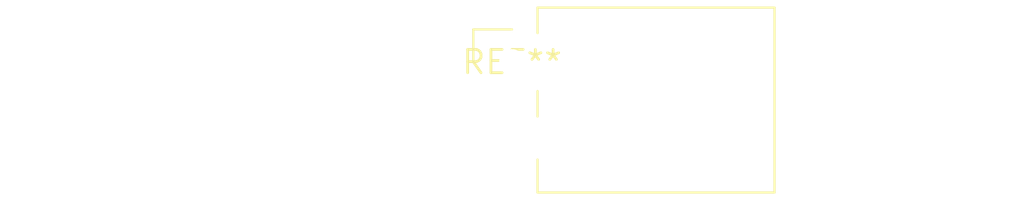
<source format=kicad_pcb>
(kicad_pcb (version 20240108) (generator pcbnew)
  (layers (0 "F.Cu" signal) (31 "B.Cu" signal) (34 "B.Paste" user) (35 "F.Paste" user) (36 "B.SilkS" user "B.Silkscreen") (37 "F.SilkS" user "F.Silkscreen") (38 "B.Mask" user) (39 "F.Mask" user) (44 "Edge.Cuts" user))
  (net 0 "")
  (footprint "TE_MATE-N-LOK_1-770966-x_1x02_P4.14mm_Horizontal" (layer "F.Cu") (at 0 0)
    (property "Reference" "REF**")
    (property "Value" "TE_MATE-N-LOK_1-770966-x_1x02_P4.14mm_Horizontal")
    (fp_line (start -2.11 -1.78) (end -2.11 0) (layer "F.SilkS") (stroke (width 0.12)))
    (fp_line (start 0 -1.78) (end -2.11 -1.78) (layer "F.SilkS") (stroke (width 0.12)))
    (fp_line (start 1.39 -2.97) (end 14.31 -2.97) (layer "F.SilkS") (stroke (width 0.12)))
    (fp_line (start 1.39 -1.58) (end 1.39 -2.97) (layer "F.SilkS") (stroke (width 0.12)))
    (fp_line (start 1.39 1.58) (end 1.39 2.968335) (layer "F.SilkS") (stroke (width 0.12)))
    (fp_line (start 1.39 7.11) (end 1.39 5.311665) (layer "F.SilkS") (stroke (width 0.12)))
    (fp_line (start 14.31 -2.97) (end 14.31 7.11) (layer "F.SilkS") (stroke (width 0.12)))
    (fp_line (start 14.31 7.11) (end 1.39 7.11) (layer "F.SilkS") (stroke (width 0.12)))
    (pad "" np_thru_hole circle (at 7.34 2.07) (size 3.86 3.86) (drill 3.86) (layers *.Cu *.Mask))
    (pad "1" thru_hole roundrect (at 0 0) (size 3.3 2.64) (drill 1.4) (layers *.Cu *.Mask) (remove_unused_layers) (roundrect_rratio 0.094697))
    (pad "2" thru_hole oval (at 0 4.14) (size 3.3 2.64) (drill 1.4) (layers *.Cu *.Mask) (remove_unused_layers))
  )
)
</source>
